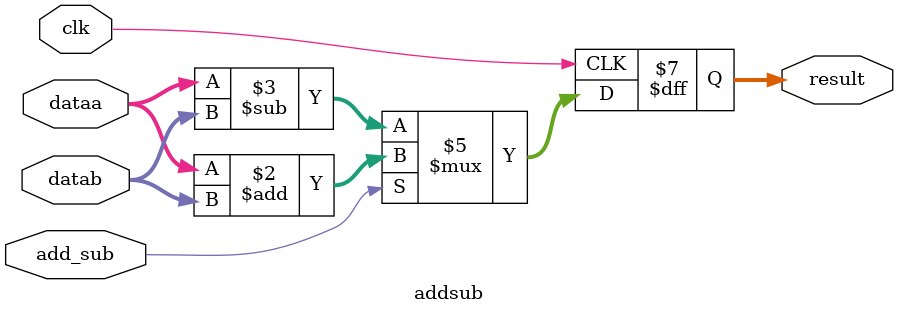
<source format=sv>
module addsub
(
	input [7:0] dataa,
	input [7:0] datab,
	input add_sub,	  // if this is 1, add; else subtract
	input clk,
	output reg [7:0] result
);
	always @ (posedge clk)
	begin
		if (add_sub) 
			result <= dataa + datab;			
		else
			result <= dataa - datab;
	end

endmodule

</source>
